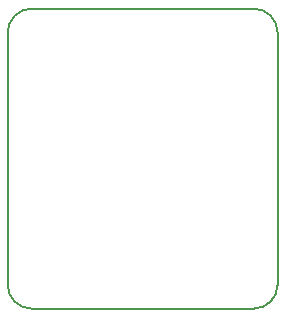
<source format=gko>
G04 DipTrace 3.2.0.1*
G04 MSP430Diptracetut.gko*
%MOIN*%
G04 #@! TF.FileFunction,Profile*
G04 #@! TF.Part,Single*
%ADD11C,0.005512*%
%FSLAX26Y26*%
G04*
G70*
G90*
G75*
G01*
G04 BoardOutline*
%LPD*%
X474000Y394000D2*
D11*
X1214000D1*
G03X1294000Y474000I-1J80001D01*
G01*
Y1314000D1*
G03X1214000Y1394000I-80001J-1D01*
G01*
X474000D1*
G03X394000Y1314000I1J-80001D01*
G01*
Y474000D1*
G03X474000Y394000I80001J1D01*
G01*
M02*

</source>
